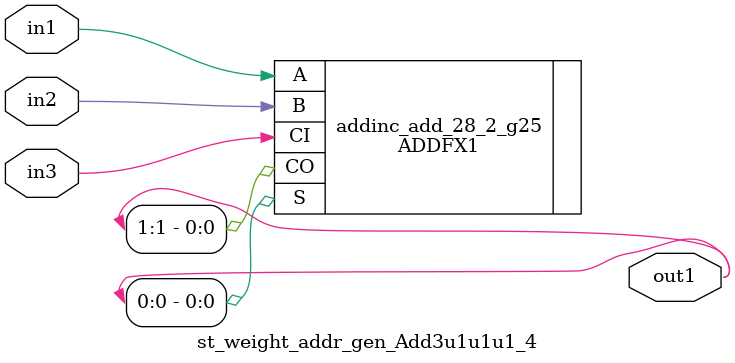
<source format=v>
`timescale 1ps / 1ps


module st_weight_addr_gen_Add3u1u1u1_4(in3, in2, in1, out1);
  input in3, in2, in1;
  output [1:0] out1;
  wire in3, in2, in1;
  wire [1:0] out1;
  ADDFX1 addinc_add_28_2_g25(.A (in1), .B (in2), .CI (in3), .CO
       (out1[1]), .S (out1[0]));
endmodule



</source>
